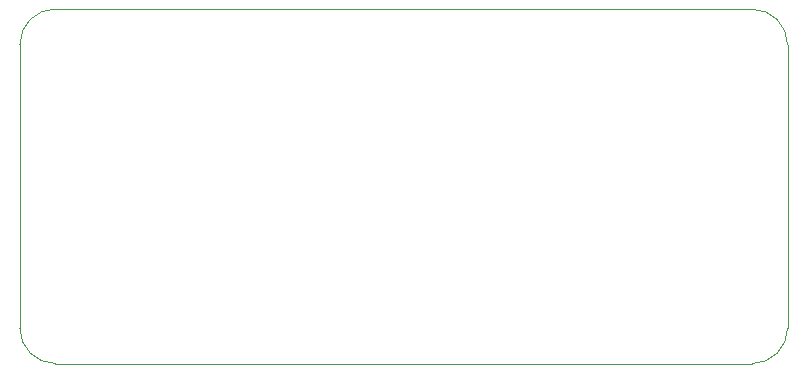
<source format=gbr>
G04 #@! TF.GenerationSoftware,KiCad,Pcbnew,(5.1.4)-1*
G04 #@! TF.CreationDate,2021-07-13T12:31:04-04:00*
G04 #@! TF.ProjectId,RocketPi,526f636b-6574-4506-992e-6b696361645f,rev?*
G04 #@! TF.SameCoordinates,Original*
G04 #@! TF.FileFunction,Glue,Bot*
G04 #@! TF.FilePolarity,Positive*
%FSLAX46Y46*%
G04 Gerber Fmt 4.6, Leading zero omitted, Abs format (unit mm)*
G04 Created by KiCad (PCBNEW (5.1.4)-1) date 2021-07-13 12:31:04*
%MOMM*%
%LPD*%
G04 APERTURE LIST*
%ADD10C,0.100000*%
G04 APERTURE END LIST*
D10*
X68046600Y-42164000D02*
G75*
G03X65049400Y-45161200I0J-2997200D01*
G01*
X127052600Y-72178400D02*
G75*
G03X130052600Y-69178400I0J3000000D01*
G01*
X130052600Y-45178400D02*
G75*
G03X127052600Y-42178400I-3000000J0D01*
G01*
X65052600Y-69178400D02*
G75*
G03X68052600Y-72178400I3000000J0D01*
G01*
X68046600Y-42164000D02*
X127052600Y-42178400D01*
X65049400Y-45161200D02*
X65052600Y-69178400D01*
X68052600Y-72178400D02*
X127052600Y-72178400D01*
X130052600Y-45178400D02*
X130052600Y-69178400D01*
M02*

</source>
